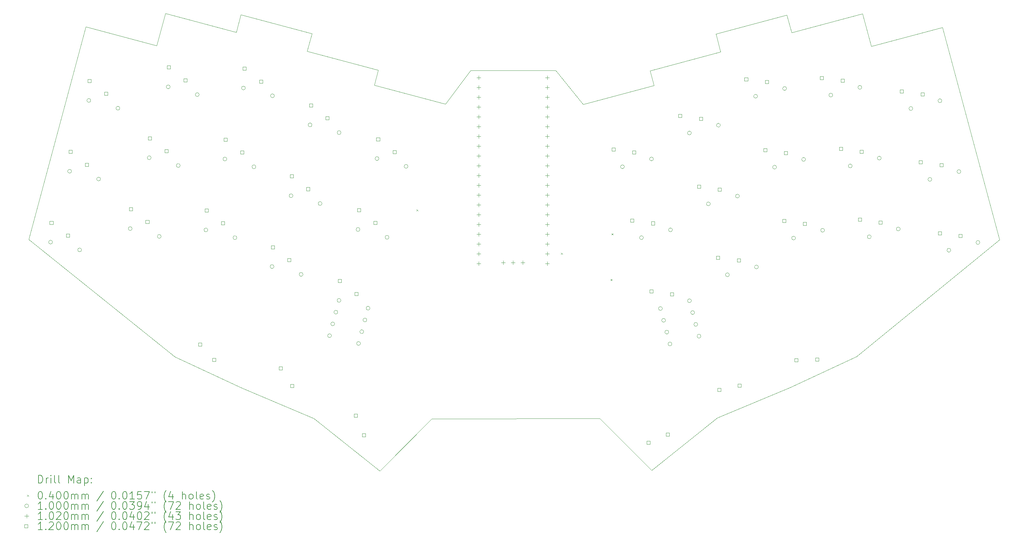
<source format=gbr>
%FSLAX45Y45*%
G04 Gerber Fmt 4.5, Leading zero omitted, Abs format (unit mm)*
G04 Created by KiCad (PCBNEW (6.0.4)) date 2022-04-18 23:02:19*
%MOMM*%
%LPD*%
G01*
G04 APERTURE LIST*
%TA.AperFunction,Profile*%
%ADD10C,0.100000*%
%TD*%
%ADD11C,0.200000*%
%ADD12C,0.040000*%
%ADD13C,0.100000*%
%ADD14C,0.102000*%
%ADD15C,0.120000*%
G04 APERTURE END LIST*
D10*
X27530000Y-8885000D02*
X23820000Y-11912500D01*
X22092500Y-12717500D02*
X20212500Y-13507500D01*
X13805000Y-4487500D02*
X13155000Y-5360000D01*
X23820000Y-11912500D02*
X22092500Y-12717500D01*
X9745000Y-13517500D02*
X7865000Y-12727500D01*
X7865000Y-12727500D02*
X6140000Y-11922500D01*
X6140000Y-11922500D02*
X2345000Y-8875000D01*
X16017500Y-4487500D02*
X13805000Y-4487500D01*
X16732500Y-5370000D02*
X16017500Y-4487500D01*
X18567500Y-4877500D02*
X16732500Y-5370000D01*
X18465000Y-4492500D02*
X18567500Y-4877500D01*
X20297500Y-4002500D02*
X18465000Y-4492500D01*
X20175000Y-3542500D02*
X20297500Y-4002500D01*
X22015000Y-3047500D02*
X20175000Y-3542500D01*
X22140000Y-3507500D02*
X22015000Y-3047500D01*
X23980000Y-3017500D02*
X22140000Y-3507500D01*
X24205000Y-3857500D02*
X23980000Y-3017500D01*
X26052500Y-3365000D02*
X24205000Y-3857500D01*
X11310000Y-4865000D02*
X13155000Y-5360000D01*
X11412500Y-4482500D02*
X11310000Y-4865000D01*
X9567500Y-3990000D02*
X11412500Y-4482500D01*
X9690000Y-3527500D02*
X9567500Y-3990000D01*
X7850000Y-3035000D02*
X9690000Y-3527500D01*
X7725000Y-3495000D02*
X7850000Y-3035000D01*
X5887500Y-3002500D02*
X7725000Y-3495000D01*
X5662500Y-3845000D02*
X5887500Y-3002500D01*
X3825000Y-3352500D02*
X5662500Y-3845000D01*
X2345000Y-8875000D02*
X3825000Y-3352500D01*
X11452500Y-14880000D02*
X9745000Y-13517500D01*
X12800000Y-13532500D02*
X11452500Y-14880000D01*
X17160000Y-13522500D02*
X12800000Y-13532500D01*
X18507500Y-14867500D02*
X17160000Y-13522500D01*
X20212500Y-13507500D02*
X18507500Y-14867500D01*
X26052500Y-3365000D02*
X27530000Y-8885000D01*
D11*
D12*
X12402500Y-8092500D02*
X12442500Y-8132500D01*
X12442500Y-8092500D02*
X12402500Y-8132500D01*
X16155519Y-9223019D02*
X16195519Y-9263019D01*
X16195519Y-9223019D02*
X16155519Y-9263019D01*
X17438550Y-9902500D02*
X17478550Y-9942500D01*
X17478550Y-9902500D02*
X17438550Y-9942500D01*
X17467500Y-8717500D02*
X17507500Y-8757500D01*
X17507500Y-8717500D02*
X17467500Y-8757500D01*
D13*
X2960956Y-8942727D02*
G75*
G03*
X2960956Y-8942727I-50000J0D01*
G01*
X3454007Y-7102639D02*
G75*
G03*
X3454007Y-7102639I-50000J0D01*
G01*
X3714378Y-9144606D02*
G75*
G03*
X3714378Y-9144606I-50000J0D01*
G01*
X3953698Y-5264329D02*
G75*
G03*
X3953698Y-5264329I-50000J0D01*
G01*
X4207429Y-7304517D02*
G75*
G03*
X4207429Y-7304517I-50000J0D01*
G01*
X4707120Y-5466208D02*
G75*
G03*
X4707120Y-5466208I-50000J0D01*
G01*
X5027026Y-8592404D02*
G75*
G03*
X5027026Y-8592404I-50000J0D01*
G01*
X5520077Y-6752315D02*
G75*
G03*
X5520077Y-6752315I-50000J0D01*
G01*
X5780449Y-8794283D02*
G75*
G03*
X5780449Y-8794283I-50000J0D01*
G01*
X6013127Y-4912226D02*
G75*
G03*
X6013127Y-4912226I-50000J0D01*
G01*
X6273499Y-6954194D02*
G75*
G03*
X6273499Y-6954194I-50000J0D01*
G01*
X6766549Y-5114105D02*
G75*
G03*
X6766549Y-5114105I-50000J0D01*
G01*
X6990378Y-8625432D02*
G75*
G03*
X6990378Y-8625432I-50000J0D01*
G01*
X7483428Y-6785343D02*
G75*
G03*
X7483428Y-6785343I-50000J0D01*
G01*
X7743800Y-8827311D02*
G75*
G03*
X7743800Y-8827311I-50000J0D01*
G01*
X7965008Y-4942181D02*
G75*
G03*
X7965008Y-4942181I-50000J0D01*
G01*
X8236850Y-6987222D02*
G75*
G03*
X8236850Y-6987222I-50000J0D01*
G01*
X8707204Y-9578504D02*
G75*
G03*
X8707204Y-9578504I-50000J0D01*
G01*
X8718430Y-5144060D02*
G75*
G03*
X8718430Y-5144060I-50000J0D01*
G01*
X9200254Y-7738416D02*
G75*
G03*
X9200254Y-7738416I-50000J0D01*
G01*
X9460626Y-9780383D02*
G75*
G03*
X9460626Y-9780383I-50000J0D01*
G01*
X9693304Y-5898327D02*
G75*
G03*
X9693304Y-5898327I-50000J0D01*
G01*
X9953676Y-7940294D02*
G75*
G03*
X9953676Y-7940294I-50000J0D01*
G01*
X10198870Y-11371884D02*
G75*
G03*
X10198870Y-11371884I-50000J0D01*
G01*
X10281045Y-11065203D02*
G75*
G03*
X10281045Y-11065203I-50000J0D01*
G01*
X10362399Y-10761588D02*
G75*
G03*
X10362399Y-10761588I-50000J0D01*
G01*
X10444574Y-10454906D02*
G75*
G03*
X10444574Y-10454906I-50000J0D01*
G01*
X10446727Y-6100206D02*
G75*
G03*
X10446727Y-6100206I-50000J0D01*
G01*
X10937624Y-8614818D02*
G75*
G03*
X10937624Y-8614818I-50000J0D01*
G01*
X10952293Y-11573763D02*
G75*
G03*
X10952293Y-11573763I-50000J0D01*
G01*
X11034468Y-11267081D02*
G75*
G03*
X11034468Y-11267081I-50000J0D01*
G01*
X11115821Y-10963467D02*
G75*
G03*
X11115821Y-10963467I-50000J0D01*
G01*
X11197996Y-10656785D02*
G75*
G03*
X11197996Y-10656785I-50000J0D01*
G01*
X11430674Y-6774729D02*
G75*
G03*
X11430674Y-6774729I-50000J0D01*
G01*
X11691046Y-8816697D02*
G75*
G03*
X11691046Y-8816697I-50000J0D01*
G01*
X12184096Y-6976608D02*
G75*
G03*
X12184096Y-6976608I-50000J0D01*
G01*
X17798439Y-6986152D02*
G75*
G03*
X17798439Y-6986152I-50000J0D01*
G01*
X18291489Y-8826240D02*
G75*
G03*
X18291489Y-8826240I-50000J0D01*
G01*
X18551861Y-6784273D02*
G75*
G03*
X18551861Y-6784273I-50000J0D01*
G01*
X18784539Y-10666329D02*
G75*
G03*
X18784539Y-10666329I-50000J0D01*
G01*
X18866714Y-10973011D02*
G75*
G03*
X18866714Y-10973011I-50000J0D01*
G01*
X18948889Y-11279692D02*
G75*
G03*
X18948889Y-11279692I-50000J0D01*
G01*
X19031064Y-11586373D02*
G75*
G03*
X19031064Y-11586373I-50000J0D01*
G01*
X19044911Y-8624362D02*
G75*
G03*
X19044911Y-8624362I-50000J0D01*
G01*
X19535809Y-6109750D02*
G75*
G03*
X19535809Y-6109750I-50000J0D01*
G01*
X19537961Y-10464450D02*
G75*
G03*
X19537961Y-10464450I-50000J0D01*
G01*
X19620136Y-10771132D02*
G75*
G03*
X19620136Y-10771132I-50000J0D01*
G01*
X19702311Y-11077813D02*
G75*
G03*
X19702311Y-11077813I-50000J0D01*
G01*
X19784487Y-11384495D02*
G75*
G03*
X19784487Y-11384495I-50000J0D01*
G01*
X20028859Y-7949838D02*
G75*
G03*
X20028859Y-7949838I-50000J0D01*
G01*
X20289231Y-5907871D02*
G75*
G03*
X20289231Y-5907871I-50000J0D01*
G01*
X20521909Y-9789927D02*
G75*
G03*
X20521909Y-9789927I-50000J0D01*
G01*
X20782281Y-7747960D02*
G75*
G03*
X20782281Y-7747960I-50000J0D01*
G01*
X21252635Y-5156677D02*
G75*
G03*
X21252635Y-5156677I-50000J0D01*
G01*
X21275331Y-9588048D02*
G75*
G03*
X21275331Y-9588048I-50000J0D01*
G01*
X21745685Y-6996766D02*
G75*
G03*
X21745685Y-6996766I-50000J0D01*
G01*
X22006057Y-4954798D02*
G75*
G03*
X22006057Y-4954798I-50000J0D01*
G01*
X22238735Y-8836855D02*
G75*
G03*
X22238735Y-8836855I-50000J0D01*
G01*
X22499107Y-6794887D02*
G75*
G03*
X22499107Y-6794887I-50000J0D01*
G01*
X22992157Y-8634976D02*
G75*
G03*
X22992157Y-8634976I-50000J0D01*
G01*
X23204515Y-5126723D02*
G75*
G03*
X23204515Y-5126723I-50000J0D01*
G01*
X23709036Y-6963738D02*
G75*
G03*
X23709036Y-6963738I-50000J0D01*
G01*
X23957938Y-4924844D02*
G75*
G03*
X23957938Y-4924844I-50000J0D01*
G01*
X24202086Y-8803827D02*
G75*
G03*
X24202086Y-8803827I-50000J0D01*
G01*
X24462458Y-6761859D02*
G75*
G03*
X24462458Y-6761859I-50000J0D01*
G01*
X24955509Y-8601948D02*
G75*
G03*
X24955509Y-8601948I-50000J0D01*
G01*
X25282056Y-5473973D02*
G75*
G03*
X25282056Y-5473973I-50000J0D01*
G01*
X25775106Y-7314061D02*
G75*
G03*
X25775106Y-7314061I-50000J0D01*
G01*
X26035478Y-5272094D02*
G75*
G03*
X26035478Y-5272094I-50000J0D01*
G01*
X26268156Y-9154150D02*
G75*
G03*
X26268156Y-9154150I-50000J0D01*
G01*
X26528528Y-7112183D02*
G75*
G03*
X26528528Y-7112183I-50000J0D01*
G01*
X27021579Y-8952271D02*
G75*
G03*
X27021579Y-8952271I-50000J0D01*
G01*
D14*
X14020800Y-4622600D02*
X14020800Y-4724600D01*
X13969800Y-4673600D02*
X14071800Y-4673600D01*
X14020800Y-4876600D02*
X14020800Y-4978600D01*
X13969800Y-4927600D02*
X14071800Y-4927600D01*
X14020800Y-5130600D02*
X14020800Y-5232600D01*
X13969800Y-5181600D02*
X14071800Y-5181600D01*
X14020800Y-5384600D02*
X14020800Y-5486600D01*
X13969800Y-5435600D02*
X14071800Y-5435600D01*
X14020800Y-5638600D02*
X14020800Y-5740600D01*
X13969800Y-5689600D02*
X14071800Y-5689600D01*
X14020800Y-5892600D02*
X14020800Y-5994600D01*
X13969800Y-5943600D02*
X14071800Y-5943600D01*
X14020800Y-6146600D02*
X14020800Y-6248600D01*
X13969800Y-6197600D02*
X14071800Y-6197600D01*
X14020800Y-6400600D02*
X14020800Y-6502600D01*
X13969800Y-6451600D02*
X14071800Y-6451600D01*
X14020800Y-6654600D02*
X14020800Y-6756600D01*
X13969800Y-6705600D02*
X14071800Y-6705600D01*
X14020800Y-6908600D02*
X14020800Y-7010600D01*
X13969800Y-6959600D02*
X14071800Y-6959600D01*
X14020800Y-7162600D02*
X14020800Y-7264600D01*
X13969800Y-7213600D02*
X14071800Y-7213600D01*
X14020800Y-7416600D02*
X14020800Y-7518600D01*
X13969800Y-7467600D02*
X14071800Y-7467600D01*
X14020800Y-7670600D02*
X14020800Y-7772600D01*
X13969800Y-7721600D02*
X14071800Y-7721600D01*
X14020800Y-7924600D02*
X14020800Y-8026600D01*
X13969800Y-7975600D02*
X14071800Y-7975600D01*
X14020800Y-8178600D02*
X14020800Y-8280600D01*
X13969800Y-8229600D02*
X14071800Y-8229600D01*
X14020800Y-8432600D02*
X14020800Y-8534600D01*
X13969800Y-8483600D02*
X14071800Y-8483600D01*
X14020800Y-8686600D02*
X14020800Y-8788600D01*
X13969800Y-8737600D02*
X14071800Y-8737600D01*
X14020800Y-8940600D02*
X14020800Y-9042600D01*
X13969800Y-8991600D02*
X14071800Y-8991600D01*
X14020800Y-9194600D02*
X14020800Y-9296600D01*
X13969800Y-9245600D02*
X14071800Y-9245600D01*
X14020800Y-9448600D02*
X14020800Y-9550600D01*
X13969800Y-9499600D02*
X14071800Y-9499600D01*
X14655800Y-9425600D02*
X14655800Y-9527600D01*
X14604800Y-9476600D02*
X14706800Y-9476600D01*
X14909800Y-9425600D02*
X14909800Y-9527600D01*
X14858800Y-9476600D02*
X14960800Y-9476600D01*
X15163800Y-9425600D02*
X15163800Y-9527600D01*
X15112800Y-9476600D02*
X15214800Y-9476600D01*
X15798800Y-4622600D02*
X15798800Y-4724600D01*
X15747800Y-4673600D02*
X15849800Y-4673600D01*
X15798800Y-4876600D02*
X15798800Y-4978600D01*
X15747800Y-4927600D02*
X15849800Y-4927600D01*
X15798800Y-5130600D02*
X15798800Y-5232600D01*
X15747800Y-5181600D02*
X15849800Y-5181600D01*
X15798800Y-5384600D02*
X15798800Y-5486600D01*
X15747800Y-5435600D02*
X15849800Y-5435600D01*
X15798800Y-5638600D02*
X15798800Y-5740600D01*
X15747800Y-5689600D02*
X15849800Y-5689600D01*
X15798800Y-5892600D02*
X15798800Y-5994600D01*
X15747800Y-5943600D02*
X15849800Y-5943600D01*
X15798800Y-6146600D02*
X15798800Y-6248600D01*
X15747800Y-6197600D02*
X15849800Y-6197600D01*
X15798800Y-6400600D02*
X15798800Y-6502600D01*
X15747800Y-6451600D02*
X15849800Y-6451600D01*
X15798800Y-6654600D02*
X15798800Y-6756600D01*
X15747800Y-6705600D02*
X15849800Y-6705600D01*
X15798800Y-6908600D02*
X15798800Y-7010600D01*
X15747800Y-6959600D02*
X15849800Y-6959600D01*
X15798800Y-7162600D02*
X15798800Y-7264600D01*
X15747800Y-7213600D02*
X15849800Y-7213600D01*
X15798800Y-7416600D02*
X15798800Y-7518600D01*
X15747800Y-7467600D02*
X15849800Y-7467600D01*
X15798800Y-7670600D02*
X15798800Y-7772600D01*
X15747800Y-7721600D02*
X15849800Y-7721600D01*
X15798800Y-7924600D02*
X15798800Y-8026600D01*
X15747800Y-7975600D02*
X15849800Y-7975600D01*
X15798800Y-8178600D02*
X15798800Y-8280600D01*
X15747800Y-8229600D02*
X15849800Y-8229600D01*
X15798800Y-8432600D02*
X15798800Y-8534600D01*
X15747800Y-8483600D02*
X15849800Y-8483600D01*
X15798800Y-8686600D02*
X15798800Y-8788600D01*
X15747800Y-8737600D02*
X15849800Y-8737600D01*
X15798800Y-8940600D02*
X15798800Y-9042600D01*
X15747800Y-8991600D02*
X15849800Y-8991600D01*
X15798800Y-9194600D02*
X15798800Y-9296600D01*
X15747800Y-9245600D02*
X15849800Y-9245600D01*
X15798800Y-9448600D02*
X15798800Y-9550600D01*
X15747800Y-9499600D02*
X15849800Y-9499600D01*
D15*
X2974761Y-8480362D02*
X2974761Y-8395508D01*
X2889908Y-8395508D01*
X2889908Y-8480362D01*
X2974761Y-8480362D01*
X3403372Y-8812616D02*
X3403372Y-8727762D01*
X3318519Y-8727762D01*
X3318519Y-8812616D01*
X3403372Y-8812616D01*
X3467812Y-6640273D02*
X3467812Y-6555420D01*
X3382958Y-6555420D01*
X3382958Y-6640273D01*
X3467812Y-6640273D01*
X3896423Y-6972527D02*
X3896423Y-6887674D01*
X3811569Y-6887674D01*
X3811569Y-6972527D01*
X3896423Y-6972527D01*
X3960862Y-4800185D02*
X3960862Y-4715331D01*
X3876008Y-4715331D01*
X3876008Y-4800185D01*
X3960862Y-4800185D01*
X4389473Y-5132439D02*
X4389473Y-5047585D01*
X4304619Y-5047585D01*
X4304619Y-5132439D01*
X4389473Y-5132439D01*
X5035398Y-8128582D02*
X5035398Y-8043729D01*
X4950545Y-8043729D01*
X4950545Y-8128582D01*
X5035398Y-8128582D01*
X5464009Y-8460836D02*
X5464009Y-8375983D01*
X5379156Y-8375983D01*
X5379156Y-8460836D01*
X5464009Y-8460836D01*
X5528448Y-6288494D02*
X5528448Y-6203640D01*
X5443595Y-6203640D01*
X5443595Y-6288494D01*
X5528448Y-6288494D01*
X5957059Y-6620748D02*
X5957059Y-6535894D01*
X5872206Y-6535894D01*
X5872206Y-6620748D01*
X5957059Y-6620748D01*
X6021499Y-4448405D02*
X6021499Y-4363551D01*
X5936645Y-4363551D01*
X5936645Y-4448405D01*
X6021499Y-4448405D01*
X6450110Y-4780659D02*
X6450110Y-4695805D01*
X6365256Y-4695805D01*
X6365256Y-4780659D01*
X6450110Y-4780659D01*
X6834526Y-11637445D02*
X6834526Y-11552592D01*
X6749673Y-11552592D01*
X6749673Y-11637445D01*
X6834526Y-11637445D01*
X6998749Y-8161610D02*
X6998749Y-8076757D01*
X6913896Y-8076757D01*
X6913896Y-8161610D01*
X6998749Y-8161610D01*
X7198930Y-12039079D02*
X7198930Y-11954226D01*
X7114077Y-11954226D01*
X7114077Y-12039079D01*
X7198930Y-12039079D01*
X7427360Y-8493864D02*
X7427360Y-8409011D01*
X7342507Y-8409011D01*
X7342507Y-8493864D01*
X7427360Y-8493864D01*
X7491800Y-6321522D02*
X7491800Y-6236668D01*
X7406946Y-6236668D01*
X7406946Y-6321522D01*
X7491800Y-6321522D01*
X7920411Y-6653776D02*
X7920411Y-6568922D01*
X7835557Y-6568922D01*
X7835557Y-6653776D01*
X7920411Y-6653776D01*
X7984850Y-4481433D02*
X7984850Y-4396580D01*
X7899996Y-4396580D01*
X7899996Y-4481433D01*
X7984850Y-4481433D01*
X8413461Y-4813687D02*
X8413461Y-4728833D01*
X8328607Y-4728833D01*
X8328607Y-4813687D01*
X8413461Y-4813687D01*
X8715576Y-9114683D02*
X8715576Y-9029829D01*
X8630722Y-9029829D01*
X8630722Y-9114683D01*
X8715576Y-9114683D01*
X8926423Y-12257413D02*
X8926423Y-12172560D01*
X8841569Y-12172560D01*
X8841569Y-12257413D01*
X8926423Y-12257413D01*
X9144187Y-9446937D02*
X9144187Y-9362083D01*
X9059333Y-9362083D01*
X9059333Y-9446937D01*
X9144187Y-9446937D01*
X9208626Y-7274594D02*
X9208626Y-7189741D01*
X9123772Y-7189741D01*
X9123772Y-7274594D01*
X9208626Y-7274594D01*
X9215548Y-12716223D02*
X9215548Y-12631370D01*
X9130694Y-12631370D01*
X9130694Y-12716223D01*
X9215548Y-12716223D01*
X9637237Y-7606848D02*
X9637237Y-7521995D01*
X9552383Y-7521995D01*
X9552383Y-7606848D01*
X9637237Y-7606848D01*
X9707109Y-5435961D02*
X9707109Y-5351108D01*
X9622256Y-5351108D01*
X9622256Y-5435961D01*
X9707109Y-5435961D01*
X10135720Y-5768215D02*
X10135720Y-5683362D01*
X10050867Y-5683362D01*
X10050867Y-5768215D01*
X10135720Y-5768215D01*
X10458379Y-9992541D02*
X10458379Y-9907687D01*
X10373525Y-9907687D01*
X10373525Y-9992541D01*
X10458379Y-9992541D01*
X10873036Y-13490000D02*
X10873036Y-13405146D01*
X10788183Y-13405146D01*
X10788183Y-13490000D01*
X10873036Y-13490000D01*
X10886990Y-10324795D02*
X10886990Y-10239941D01*
X10802136Y-10239941D01*
X10802136Y-10324795D01*
X10886990Y-10324795D01*
X10951429Y-8152452D02*
X10951429Y-8067599D01*
X10866575Y-8067599D01*
X10866575Y-8152452D01*
X10951429Y-8152452D01*
X11078097Y-13992046D02*
X11078097Y-13907192D01*
X10993244Y-13907192D01*
X10993244Y-13992046D01*
X11078097Y-13992046D01*
X11380040Y-8484706D02*
X11380040Y-8399853D01*
X11295186Y-8399853D01*
X11295186Y-8484706D01*
X11380040Y-8484706D01*
X11449913Y-6313819D02*
X11449913Y-6228966D01*
X11365059Y-6228966D01*
X11365059Y-6313819D01*
X11449913Y-6313819D01*
X11878524Y-6646073D02*
X11878524Y-6561220D01*
X11793670Y-6561220D01*
X11793670Y-6646073D01*
X11878524Y-6646073D01*
X17556983Y-6580726D02*
X17556983Y-6495873D01*
X17472130Y-6495873D01*
X17472130Y-6580726D01*
X17556983Y-6580726D01*
X18044600Y-8422271D02*
X18044600Y-8337417D01*
X17959747Y-8337417D01*
X17959747Y-8422271D01*
X18044600Y-8422271D01*
X18094298Y-6654161D02*
X18094298Y-6569308D01*
X18009445Y-6569308D01*
X18009445Y-6654161D01*
X18094298Y-6654161D01*
X18463916Y-14186107D02*
X18463916Y-14101253D01*
X18379062Y-14101253D01*
X18379062Y-14186107D01*
X18463916Y-14186107D01*
X18537651Y-10262360D02*
X18537651Y-10177506D01*
X18452797Y-10177506D01*
X18452797Y-10262360D01*
X18537651Y-10262360D01*
X18581915Y-8495706D02*
X18581915Y-8410852D01*
X18497062Y-8410852D01*
X18497062Y-8495706D01*
X18581915Y-8495706D01*
X18965962Y-13981046D02*
X18965962Y-13896192D01*
X18881108Y-13896192D01*
X18881108Y-13981046D01*
X18965962Y-13981046D01*
X19074966Y-10335795D02*
X19074966Y-10250941D01*
X18990112Y-10250941D01*
X18990112Y-10335795D01*
X19074966Y-10335795D01*
X19288920Y-5705780D02*
X19288920Y-5620927D01*
X19204066Y-5620927D01*
X19204066Y-5705780D01*
X19288920Y-5705780D01*
X19776537Y-7547325D02*
X19776537Y-7462471D01*
X19691683Y-7462471D01*
X19691683Y-7547325D01*
X19776537Y-7547325D01*
X19826235Y-5779215D02*
X19826235Y-5694361D01*
X19741381Y-5694361D01*
X19741381Y-5779215D01*
X19826235Y-5779215D01*
X20269587Y-9387414D02*
X20269587Y-9302560D01*
X20184734Y-9302560D01*
X20184734Y-9387414D01*
X20269587Y-9387414D01*
X20298484Y-12819990D02*
X20298484Y-12735136D01*
X20213631Y-12735136D01*
X20213631Y-12819990D01*
X20298484Y-12819990D01*
X20313852Y-7620760D02*
X20313852Y-7535906D01*
X20228998Y-7535906D01*
X20228998Y-7620760D01*
X20313852Y-7620760D01*
X20806902Y-9460848D02*
X20806902Y-9375995D01*
X20722049Y-9375995D01*
X20722049Y-9460848D01*
X20806902Y-9460848D01*
X20828511Y-12705224D02*
X20828511Y-12620370D01*
X20743658Y-12620370D01*
X20743658Y-12705224D01*
X20828511Y-12705224D01*
X21000313Y-4754164D02*
X21000313Y-4669310D01*
X20915459Y-4669310D01*
X20915459Y-4754164D01*
X21000313Y-4754164D01*
X21493363Y-6594252D02*
X21493363Y-6509399D01*
X21408509Y-6509399D01*
X21408509Y-6594252D01*
X21493363Y-6594252D01*
X21537628Y-4827599D02*
X21537628Y-4742745D01*
X21452774Y-4742745D01*
X21452774Y-4827599D01*
X21537628Y-4827599D01*
X21986413Y-8434341D02*
X21986413Y-8349487D01*
X21901560Y-8349487D01*
X21901560Y-8434341D01*
X21986413Y-8434341D01*
X22030678Y-6667687D02*
X22030678Y-6582834D01*
X21945824Y-6582834D01*
X21945824Y-6667687D01*
X22030678Y-6667687D01*
X22303225Y-12049064D02*
X22303225Y-11964210D01*
X22218371Y-11964210D01*
X22218371Y-12049064D01*
X22303225Y-12049064D01*
X22523728Y-8507776D02*
X22523728Y-8422922D01*
X22438875Y-8422922D01*
X22438875Y-8507776D01*
X22523728Y-8507776D01*
X22845129Y-12028079D02*
X22845129Y-11943226D01*
X22760275Y-11943226D01*
X22760275Y-12028079D01*
X22845129Y-12028079D01*
X22963664Y-4721136D02*
X22963664Y-4636282D01*
X22878810Y-4636282D01*
X22878810Y-4721136D01*
X22963664Y-4721136D01*
X23456714Y-6561224D02*
X23456714Y-6476371D01*
X23371861Y-6476371D01*
X23371861Y-6561224D01*
X23456714Y-6561224D01*
X23500979Y-4794570D02*
X23500979Y-4709717D01*
X23416125Y-4709717D01*
X23416125Y-4794570D01*
X23500979Y-4794570D01*
X23949765Y-8401313D02*
X23949765Y-8316459D01*
X23864911Y-8316459D01*
X23864911Y-8401313D01*
X23949765Y-8401313D01*
X23994029Y-6634659D02*
X23994029Y-6549805D01*
X23909176Y-6549805D01*
X23909176Y-6634659D01*
X23994029Y-6634659D01*
X24487079Y-8474748D02*
X24487079Y-8389894D01*
X24402226Y-8389894D01*
X24402226Y-8474748D01*
X24487079Y-8474748D01*
X25035167Y-5070003D02*
X25035167Y-4985150D01*
X24950314Y-4985150D01*
X24950314Y-5070003D01*
X25035167Y-5070003D01*
X25528218Y-6910092D02*
X25528218Y-6825238D01*
X25443364Y-6825238D01*
X25443364Y-6910092D01*
X25528218Y-6910092D01*
X25572482Y-5143438D02*
X25572482Y-5058585D01*
X25487629Y-5058585D01*
X25487629Y-5143438D01*
X25572482Y-5143438D01*
X26021268Y-8750181D02*
X26021268Y-8665327D01*
X25936414Y-8665327D01*
X25936414Y-8750181D01*
X26021268Y-8750181D01*
X26065533Y-6983527D02*
X26065533Y-6898673D01*
X25980679Y-6898673D01*
X25980679Y-6983527D01*
X26065533Y-6983527D01*
X26558583Y-8823616D02*
X26558583Y-8738762D01*
X26473729Y-8738762D01*
X26473729Y-8823616D01*
X26558583Y-8823616D01*
D11*
X2597619Y-15195476D02*
X2597619Y-14995476D01*
X2645238Y-14995476D01*
X2673810Y-15005000D01*
X2692857Y-15024048D01*
X2702381Y-15043095D01*
X2711905Y-15081190D01*
X2711905Y-15109762D01*
X2702381Y-15147857D01*
X2692857Y-15166905D01*
X2673810Y-15185952D01*
X2645238Y-15195476D01*
X2597619Y-15195476D01*
X2797619Y-15195476D02*
X2797619Y-15062143D01*
X2797619Y-15100238D02*
X2807143Y-15081190D01*
X2816667Y-15071667D01*
X2835714Y-15062143D01*
X2854762Y-15062143D01*
X2921428Y-15195476D02*
X2921428Y-15062143D01*
X2921428Y-14995476D02*
X2911905Y-15005000D01*
X2921428Y-15014524D01*
X2930952Y-15005000D01*
X2921428Y-14995476D01*
X2921428Y-15014524D01*
X3045238Y-15195476D02*
X3026190Y-15185952D01*
X3016667Y-15166905D01*
X3016667Y-14995476D01*
X3150000Y-15195476D02*
X3130952Y-15185952D01*
X3121428Y-15166905D01*
X3121428Y-14995476D01*
X3378571Y-15195476D02*
X3378571Y-14995476D01*
X3445238Y-15138333D01*
X3511905Y-14995476D01*
X3511905Y-15195476D01*
X3692857Y-15195476D02*
X3692857Y-15090714D01*
X3683333Y-15071667D01*
X3664286Y-15062143D01*
X3626190Y-15062143D01*
X3607143Y-15071667D01*
X3692857Y-15185952D02*
X3673809Y-15195476D01*
X3626190Y-15195476D01*
X3607143Y-15185952D01*
X3597619Y-15166905D01*
X3597619Y-15147857D01*
X3607143Y-15128809D01*
X3626190Y-15119286D01*
X3673809Y-15119286D01*
X3692857Y-15109762D01*
X3788095Y-15062143D02*
X3788095Y-15262143D01*
X3788095Y-15071667D02*
X3807143Y-15062143D01*
X3845238Y-15062143D01*
X3864286Y-15071667D01*
X3873809Y-15081190D01*
X3883333Y-15100238D01*
X3883333Y-15157381D01*
X3873809Y-15176428D01*
X3864286Y-15185952D01*
X3845238Y-15195476D01*
X3807143Y-15195476D01*
X3788095Y-15185952D01*
X3969048Y-15176428D02*
X3978571Y-15185952D01*
X3969048Y-15195476D01*
X3959524Y-15185952D01*
X3969048Y-15176428D01*
X3969048Y-15195476D01*
X3969048Y-15071667D02*
X3978571Y-15081190D01*
X3969048Y-15090714D01*
X3959524Y-15081190D01*
X3969048Y-15071667D01*
X3969048Y-15090714D01*
D12*
X2300000Y-15505000D02*
X2340000Y-15545000D01*
X2340000Y-15505000D02*
X2300000Y-15545000D01*
D11*
X2635714Y-15415476D02*
X2654762Y-15415476D01*
X2673810Y-15425000D01*
X2683333Y-15434524D01*
X2692857Y-15453571D01*
X2702381Y-15491667D01*
X2702381Y-15539286D01*
X2692857Y-15577381D01*
X2683333Y-15596428D01*
X2673810Y-15605952D01*
X2654762Y-15615476D01*
X2635714Y-15615476D01*
X2616667Y-15605952D01*
X2607143Y-15596428D01*
X2597619Y-15577381D01*
X2588095Y-15539286D01*
X2588095Y-15491667D01*
X2597619Y-15453571D01*
X2607143Y-15434524D01*
X2616667Y-15425000D01*
X2635714Y-15415476D01*
X2788095Y-15596428D02*
X2797619Y-15605952D01*
X2788095Y-15615476D01*
X2778571Y-15605952D01*
X2788095Y-15596428D01*
X2788095Y-15615476D01*
X2969048Y-15482143D02*
X2969048Y-15615476D01*
X2921428Y-15405952D02*
X2873809Y-15548809D01*
X2997619Y-15548809D01*
X3111905Y-15415476D02*
X3130952Y-15415476D01*
X3150000Y-15425000D01*
X3159524Y-15434524D01*
X3169048Y-15453571D01*
X3178571Y-15491667D01*
X3178571Y-15539286D01*
X3169048Y-15577381D01*
X3159524Y-15596428D01*
X3150000Y-15605952D01*
X3130952Y-15615476D01*
X3111905Y-15615476D01*
X3092857Y-15605952D01*
X3083333Y-15596428D01*
X3073809Y-15577381D01*
X3064286Y-15539286D01*
X3064286Y-15491667D01*
X3073809Y-15453571D01*
X3083333Y-15434524D01*
X3092857Y-15425000D01*
X3111905Y-15415476D01*
X3302381Y-15415476D02*
X3321428Y-15415476D01*
X3340476Y-15425000D01*
X3350000Y-15434524D01*
X3359524Y-15453571D01*
X3369048Y-15491667D01*
X3369048Y-15539286D01*
X3359524Y-15577381D01*
X3350000Y-15596428D01*
X3340476Y-15605952D01*
X3321428Y-15615476D01*
X3302381Y-15615476D01*
X3283333Y-15605952D01*
X3273809Y-15596428D01*
X3264286Y-15577381D01*
X3254762Y-15539286D01*
X3254762Y-15491667D01*
X3264286Y-15453571D01*
X3273809Y-15434524D01*
X3283333Y-15425000D01*
X3302381Y-15415476D01*
X3454762Y-15615476D02*
X3454762Y-15482143D01*
X3454762Y-15501190D02*
X3464286Y-15491667D01*
X3483333Y-15482143D01*
X3511905Y-15482143D01*
X3530952Y-15491667D01*
X3540476Y-15510714D01*
X3540476Y-15615476D01*
X3540476Y-15510714D02*
X3550000Y-15491667D01*
X3569048Y-15482143D01*
X3597619Y-15482143D01*
X3616667Y-15491667D01*
X3626190Y-15510714D01*
X3626190Y-15615476D01*
X3721428Y-15615476D02*
X3721428Y-15482143D01*
X3721428Y-15501190D02*
X3730952Y-15491667D01*
X3750000Y-15482143D01*
X3778571Y-15482143D01*
X3797619Y-15491667D01*
X3807143Y-15510714D01*
X3807143Y-15615476D01*
X3807143Y-15510714D02*
X3816667Y-15491667D01*
X3835714Y-15482143D01*
X3864286Y-15482143D01*
X3883333Y-15491667D01*
X3892857Y-15510714D01*
X3892857Y-15615476D01*
X4283333Y-15405952D02*
X4111905Y-15663095D01*
X4540476Y-15415476D02*
X4559524Y-15415476D01*
X4578571Y-15425000D01*
X4588095Y-15434524D01*
X4597619Y-15453571D01*
X4607143Y-15491667D01*
X4607143Y-15539286D01*
X4597619Y-15577381D01*
X4588095Y-15596428D01*
X4578571Y-15605952D01*
X4559524Y-15615476D01*
X4540476Y-15615476D01*
X4521429Y-15605952D01*
X4511905Y-15596428D01*
X4502381Y-15577381D01*
X4492857Y-15539286D01*
X4492857Y-15491667D01*
X4502381Y-15453571D01*
X4511905Y-15434524D01*
X4521429Y-15425000D01*
X4540476Y-15415476D01*
X4692857Y-15596428D02*
X4702381Y-15605952D01*
X4692857Y-15615476D01*
X4683333Y-15605952D01*
X4692857Y-15596428D01*
X4692857Y-15615476D01*
X4826190Y-15415476D02*
X4845238Y-15415476D01*
X4864286Y-15425000D01*
X4873810Y-15434524D01*
X4883333Y-15453571D01*
X4892857Y-15491667D01*
X4892857Y-15539286D01*
X4883333Y-15577381D01*
X4873810Y-15596428D01*
X4864286Y-15605952D01*
X4845238Y-15615476D01*
X4826190Y-15615476D01*
X4807143Y-15605952D01*
X4797619Y-15596428D01*
X4788095Y-15577381D01*
X4778571Y-15539286D01*
X4778571Y-15491667D01*
X4788095Y-15453571D01*
X4797619Y-15434524D01*
X4807143Y-15425000D01*
X4826190Y-15415476D01*
X5083333Y-15615476D02*
X4969048Y-15615476D01*
X5026190Y-15615476D02*
X5026190Y-15415476D01*
X5007143Y-15444048D01*
X4988095Y-15463095D01*
X4969048Y-15472619D01*
X5264286Y-15415476D02*
X5169048Y-15415476D01*
X5159524Y-15510714D01*
X5169048Y-15501190D01*
X5188095Y-15491667D01*
X5235714Y-15491667D01*
X5254762Y-15501190D01*
X5264286Y-15510714D01*
X5273810Y-15529762D01*
X5273810Y-15577381D01*
X5264286Y-15596428D01*
X5254762Y-15605952D01*
X5235714Y-15615476D01*
X5188095Y-15615476D01*
X5169048Y-15605952D01*
X5159524Y-15596428D01*
X5340476Y-15415476D02*
X5473810Y-15415476D01*
X5388095Y-15615476D01*
X5540476Y-15415476D02*
X5540476Y-15453571D01*
X5616667Y-15415476D02*
X5616667Y-15453571D01*
X5911905Y-15691667D02*
X5902381Y-15682143D01*
X5883333Y-15653571D01*
X5873809Y-15634524D01*
X5864286Y-15605952D01*
X5854762Y-15558333D01*
X5854762Y-15520238D01*
X5864286Y-15472619D01*
X5873809Y-15444048D01*
X5883333Y-15425000D01*
X5902381Y-15396428D01*
X5911905Y-15386905D01*
X6073809Y-15482143D02*
X6073809Y-15615476D01*
X6026190Y-15405952D02*
X5978571Y-15548809D01*
X6102381Y-15548809D01*
X6330952Y-15615476D02*
X6330952Y-15415476D01*
X6416667Y-15615476D02*
X6416667Y-15510714D01*
X6407143Y-15491667D01*
X6388095Y-15482143D01*
X6359524Y-15482143D01*
X6340476Y-15491667D01*
X6330952Y-15501190D01*
X6540476Y-15615476D02*
X6521428Y-15605952D01*
X6511905Y-15596428D01*
X6502381Y-15577381D01*
X6502381Y-15520238D01*
X6511905Y-15501190D01*
X6521428Y-15491667D01*
X6540476Y-15482143D01*
X6569048Y-15482143D01*
X6588095Y-15491667D01*
X6597619Y-15501190D01*
X6607143Y-15520238D01*
X6607143Y-15577381D01*
X6597619Y-15596428D01*
X6588095Y-15605952D01*
X6569048Y-15615476D01*
X6540476Y-15615476D01*
X6721428Y-15615476D02*
X6702381Y-15605952D01*
X6692857Y-15586905D01*
X6692857Y-15415476D01*
X6873809Y-15605952D02*
X6854762Y-15615476D01*
X6816667Y-15615476D01*
X6797619Y-15605952D01*
X6788095Y-15586905D01*
X6788095Y-15510714D01*
X6797619Y-15491667D01*
X6816667Y-15482143D01*
X6854762Y-15482143D01*
X6873809Y-15491667D01*
X6883333Y-15510714D01*
X6883333Y-15529762D01*
X6788095Y-15548809D01*
X6959524Y-15605952D02*
X6978571Y-15615476D01*
X7016667Y-15615476D01*
X7035714Y-15605952D01*
X7045238Y-15586905D01*
X7045238Y-15577381D01*
X7035714Y-15558333D01*
X7016667Y-15548809D01*
X6988095Y-15548809D01*
X6969048Y-15539286D01*
X6959524Y-15520238D01*
X6959524Y-15510714D01*
X6969048Y-15491667D01*
X6988095Y-15482143D01*
X7016667Y-15482143D01*
X7035714Y-15491667D01*
X7111905Y-15691667D02*
X7121428Y-15682143D01*
X7140476Y-15653571D01*
X7150000Y-15634524D01*
X7159524Y-15605952D01*
X7169048Y-15558333D01*
X7169048Y-15520238D01*
X7159524Y-15472619D01*
X7150000Y-15444048D01*
X7140476Y-15425000D01*
X7121428Y-15396428D01*
X7111905Y-15386905D01*
D13*
X2340000Y-15789000D02*
G75*
G03*
X2340000Y-15789000I-50000J0D01*
G01*
D11*
X2702381Y-15879476D02*
X2588095Y-15879476D01*
X2645238Y-15879476D02*
X2645238Y-15679476D01*
X2626190Y-15708048D01*
X2607143Y-15727095D01*
X2588095Y-15736619D01*
X2788095Y-15860428D02*
X2797619Y-15869952D01*
X2788095Y-15879476D01*
X2778571Y-15869952D01*
X2788095Y-15860428D01*
X2788095Y-15879476D01*
X2921428Y-15679476D02*
X2940476Y-15679476D01*
X2959524Y-15689000D01*
X2969048Y-15698524D01*
X2978571Y-15717571D01*
X2988095Y-15755667D01*
X2988095Y-15803286D01*
X2978571Y-15841381D01*
X2969048Y-15860428D01*
X2959524Y-15869952D01*
X2940476Y-15879476D01*
X2921428Y-15879476D01*
X2902381Y-15869952D01*
X2892857Y-15860428D01*
X2883333Y-15841381D01*
X2873809Y-15803286D01*
X2873809Y-15755667D01*
X2883333Y-15717571D01*
X2892857Y-15698524D01*
X2902381Y-15689000D01*
X2921428Y-15679476D01*
X3111905Y-15679476D02*
X3130952Y-15679476D01*
X3150000Y-15689000D01*
X3159524Y-15698524D01*
X3169048Y-15717571D01*
X3178571Y-15755667D01*
X3178571Y-15803286D01*
X3169048Y-15841381D01*
X3159524Y-15860428D01*
X3150000Y-15869952D01*
X3130952Y-15879476D01*
X3111905Y-15879476D01*
X3092857Y-15869952D01*
X3083333Y-15860428D01*
X3073809Y-15841381D01*
X3064286Y-15803286D01*
X3064286Y-15755667D01*
X3073809Y-15717571D01*
X3083333Y-15698524D01*
X3092857Y-15689000D01*
X3111905Y-15679476D01*
X3302381Y-15679476D02*
X3321428Y-15679476D01*
X3340476Y-15689000D01*
X3350000Y-15698524D01*
X3359524Y-15717571D01*
X3369048Y-15755667D01*
X3369048Y-15803286D01*
X3359524Y-15841381D01*
X3350000Y-15860428D01*
X3340476Y-15869952D01*
X3321428Y-15879476D01*
X3302381Y-15879476D01*
X3283333Y-15869952D01*
X3273809Y-15860428D01*
X3264286Y-15841381D01*
X3254762Y-15803286D01*
X3254762Y-15755667D01*
X3264286Y-15717571D01*
X3273809Y-15698524D01*
X3283333Y-15689000D01*
X3302381Y-15679476D01*
X3454762Y-15879476D02*
X3454762Y-15746143D01*
X3454762Y-15765190D02*
X3464286Y-15755667D01*
X3483333Y-15746143D01*
X3511905Y-15746143D01*
X3530952Y-15755667D01*
X3540476Y-15774714D01*
X3540476Y-15879476D01*
X3540476Y-15774714D02*
X3550000Y-15755667D01*
X3569048Y-15746143D01*
X3597619Y-15746143D01*
X3616667Y-15755667D01*
X3626190Y-15774714D01*
X3626190Y-15879476D01*
X3721428Y-15879476D02*
X3721428Y-15746143D01*
X3721428Y-15765190D02*
X3730952Y-15755667D01*
X3750000Y-15746143D01*
X3778571Y-15746143D01*
X3797619Y-15755667D01*
X3807143Y-15774714D01*
X3807143Y-15879476D01*
X3807143Y-15774714D02*
X3816667Y-15755667D01*
X3835714Y-15746143D01*
X3864286Y-15746143D01*
X3883333Y-15755667D01*
X3892857Y-15774714D01*
X3892857Y-15879476D01*
X4283333Y-15669952D02*
X4111905Y-15927095D01*
X4540476Y-15679476D02*
X4559524Y-15679476D01*
X4578571Y-15689000D01*
X4588095Y-15698524D01*
X4597619Y-15717571D01*
X4607143Y-15755667D01*
X4607143Y-15803286D01*
X4597619Y-15841381D01*
X4588095Y-15860428D01*
X4578571Y-15869952D01*
X4559524Y-15879476D01*
X4540476Y-15879476D01*
X4521429Y-15869952D01*
X4511905Y-15860428D01*
X4502381Y-15841381D01*
X4492857Y-15803286D01*
X4492857Y-15755667D01*
X4502381Y-15717571D01*
X4511905Y-15698524D01*
X4521429Y-15689000D01*
X4540476Y-15679476D01*
X4692857Y-15860428D02*
X4702381Y-15869952D01*
X4692857Y-15879476D01*
X4683333Y-15869952D01*
X4692857Y-15860428D01*
X4692857Y-15879476D01*
X4826190Y-15679476D02*
X4845238Y-15679476D01*
X4864286Y-15689000D01*
X4873810Y-15698524D01*
X4883333Y-15717571D01*
X4892857Y-15755667D01*
X4892857Y-15803286D01*
X4883333Y-15841381D01*
X4873810Y-15860428D01*
X4864286Y-15869952D01*
X4845238Y-15879476D01*
X4826190Y-15879476D01*
X4807143Y-15869952D01*
X4797619Y-15860428D01*
X4788095Y-15841381D01*
X4778571Y-15803286D01*
X4778571Y-15755667D01*
X4788095Y-15717571D01*
X4797619Y-15698524D01*
X4807143Y-15689000D01*
X4826190Y-15679476D01*
X4959524Y-15679476D02*
X5083333Y-15679476D01*
X5016667Y-15755667D01*
X5045238Y-15755667D01*
X5064286Y-15765190D01*
X5073810Y-15774714D01*
X5083333Y-15793762D01*
X5083333Y-15841381D01*
X5073810Y-15860428D01*
X5064286Y-15869952D01*
X5045238Y-15879476D01*
X4988095Y-15879476D01*
X4969048Y-15869952D01*
X4959524Y-15860428D01*
X5178571Y-15879476D02*
X5216667Y-15879476D01*
X5235714Y-15869952D01*
X5245238Y-15860428D01*
X5264286Y-15831857D01*
X5273810Y-15793762D01*
X5273810Y-15717571D01*
X5264286Y-15698524D01*
X5254762Y-15689000D01*
X5235714Y-15679476D01*
X5197619Y-15679476D01*
X5178571Y-15689000D01*
X5169048Y-15698524D01*
X5159524Y-15717571D01*
X5159524Y-15765190D01*
X5169048Y-15784238D01*
X5178571Y-15793762D01*
X5197619Y-15803286D01*
X5235714Y-15803286D01*
X5254762Y-15793762D01*
X5264286Y-15784238D01*
X5273810Y-15765190D01*
X5445238Y-15746143D02*
X5445238Y-15879476D01*
X5397619Y-15669952D02*
X5350000Y-15812809D01*
X5473810Y-15812809D01*
X5540476Y-15679476D02*
X5540476Y-15717571D01*
X5616667Y-15679476D02*
X5616667Y-15717571D01*
X5911905Y-15955667D02*
X5902381Y-15946143D01*
X5883333Y-15917571D01*
X5873809Y-15898524D01*
X5864286Y-15869952D01*
X5854762Y-15822333D01*
X5854762Y-15784238D01*
X5864286Y-15736619D01*
X5873809Y-15708048D01*
X5883333Y-15689000D01*
X5902381Y-15660428D01*
X5911905Y-15650905D01*
X5969048Y-15679476D02*
X6102381Y-15679476D01*
X6016667Y-15879476D01*
X6169048Y-15698524D02*
X6178571Y-15689000D01*
X6197619Y-15679476D01*
X6245238Y-15679476D01*
X6264286Y-15689000D01*
X6273809Y-15698524D01*
X6283333Y-15717571D01*
X6283333Y-15736619D01*
X6273809Y-15765190D01*
X6159524Y-15879476D01*
X6283333Y-15879476D01*
X6521428Y-15879476D02*
X6521428Y-15679476D01*
X6607143Y-15879476D02*
X6607143Y-15774714D01*
X6597619Y-15755667D01*
X6578571Y-15746143D01*
X6550000Y-15746143D01*
X6530952Y-15755667D01*
X6521428Y-15765190D01*
X6730952Y-15879476D02*
X6711905Y-15869952D01*
X6702381Y-15860428D01*
X6692857Y-15841381D01*
X6692857Y-15784238D01*
X6702381Y-15765190D01*
X6711905Y-15755667D01*
X6730952Y-15746143D01*
X6759524Y-15746143D01*
X6778571Y-15755667D01*
X6788095Y-15765190D01*
X6797619Y-15784238D01*
X6797619Y-15841381D01*
X6788095Y-15860428D01*
X6778571Y-15869952D01*
X6759524Y-15879476D01*
X6730952Y-15879476D01*
X6911905Y-15879476D02*
X6892857Y-15869952D01*
X6883333Y-15850905D01*
X6883333Y-15679476D01*
X7064286Y-15869952D02*
X7045238Y-15879476D01*
X7007143Y-15879476D01*
X6988095Y-15869952D01*
X6978571Y-15850905D01*
X6978571Y-15774714D01*
X6988095Y-15755667D01*
X7007143Y-15746143D01*
X7045238Y-15746143D01*
X7064286Y-15755667D01*
X7073809Y-15774714D01*
X7073809Y-15793762D01*
X6978571Y-15812809D01*
X7150000Y-15869952D02*
X7169048Y-15879476D01*
X7207143Y-15879476D01*
X7226190Y-15869952D01*
X7235714Y-15850905D01*
X7235714Y-15841381D01*
X7226190Y-15822333D01*
X7207143Y-15812809D01*
X7178571Y-15812809D01*
X7159524Y-15803286D01*
X7150000Y-15784238D01*
X7150000Y-15774714D01*
X7159524Y-15755667D01*
X7178571Y-15746143D01*
X7207143Y-15746143D01*
X7226190Y-15755667D01*
X7302381Y-15955667D02*
X7311905Y-15946143D01*
X7330952Y-15917571D01*
X7340476Y-15898524D01*
X7350000Y-15869952D01*
X7359524Y-15822333D01*
X7359524Y-15784238D01*
X7350000Y-15736619D01*
X7340476Y-15708048D01*
X7330952Y-15689000D01*
X7311905Y-15660428D01*
X7302381Y-15650905D01*
D14*
X2289000Y-16002000D02*
X2289000Y-16104000D01*
X2238000Y-16053000D02*
X2340000Y-16053000D01*
D11*
X2702381Y-16143476D02*
X2588095Y-16143476D01*
X2645238Y-16143476D02*
X2645238Y-15943476D01*
X2626190Y-15972048D01*
X2607143Y-15991095D01*
X2588095Y-16000619D01*
X2788095Y-16124428D02*
X2797619Y-16133952D01*
X2788095Y-16143476D01*
X2778571Y-16133952D01*
X2788095Y-16124428D01*
X2788095Y-16143476D01*
X2921428Y-15943476D02*
X2940476Y-15943476D01*
X2959524Y-15953000D01*
X2969048Y-15962524D01*
X2978571Y-15981571D01*
X2988095Y-16019667D01*
X2988095Y-16067286D01*
X2978571Y-16105381D01*
X2969048Y-16124428D01*
X2959524Y-16133952D01*
X2940476Y-16143476D01*
X2921428Y-16143476D01*
X2902381Y-16133952D01*
X2892857Y-16124428D01*
X2883333Y-16105381D01*
X2873809Y-16067286D01*
X2873809Y-16019667D01*
X2883333Y-15981571D01*
X2892857Y-15962524D01*
X2902381Y-15953000D01*
X2921428Y-15943476D01*
X3064286Y-15962524D02*
X3073809Y-15953000D01*
X3092857Y-15943476D01*
X3140476Y-15943476D01*
X3159524Y-15953000D01*
X3169048Y-15962524D01*
X3178571Y-15981571D01*
X3178571Y-16000619D01*
X3169048Y-16029190D01*
X3054762Y-16143476D01*
X3178571Y-16143476D01*
X3302381Y-15943476D02*
X3321428Y-15943476D01*
X3340476Y-15953000D01*
X3350000Y-15962524D01*
X3359524Y-15981571D01*
X3369048Y-16019667D01*
X3369048Y-16067286D01*
X3359524Y-16105381D01*
X3350000Y-16124428D01*
X3340476Y-16133952D01*
X3321428Y-16143476D01*
X3302381Y-16143476D01*
X3283333Y-16133952D01*
X3273809Y-16124428D01*
X3264286Y-16105381D01*
X3254762Y-16067286D01*
X3254762Y-16019667D01*
X3264286Y-15981571D01*
X3273809Y-15962524D01*
X3283333Y-15953000D01*
X3302381Y-15943476D01*
X3454762Y-16143476D02*
X3454762Y-16010143D01*
X3454762Y-16029190D02*
X3464286Y-16019667D01*
X3483333Y-16010143D01*
X3511905Y-16010143D01*
X3530952Y-16019667D01*
X3540476Y-16038714D01*
X3540476Y-16143476D01*
X3540476Y-16038714D02*
X3550000Y-16019667D01*
X3569048Y-16010143D01*
X3597619Y-16010143D01*
X3616667Y-16019667D01*
X3626190Y-16038714D01*
X3626190Y-16143476D01*
X3721428Y-16143476D02*
X3721428Y-16010143D01*
X3721428Y-16029190D02*
X3730952Y-16019667D01*
X3750000Y-16010143D01*
X3778571Y-16010143D01*
X3797619Y-16019667D01*
X3807143Y-16038714D01*
X3807143Y-16143476D01*
X3807143Y-16038714D02*
X3816667Y-16019667D01*
X3835714Y-16010143D01*
X3864286Y-16010143D01*
X3883333Y-16019667D01*
X3892857Y-16038714D01*
X3892857Y-16143476D01*
X4283333Y-15933952D02*
X4111905Y-16191095D01*
X4540476Y-15943476D02*
X4559524Y-15943476D01*
X4578571Y-15953000D01*
X4588095Y-15962524D01*
X4597619Y-15981571D01*
X4607143Y-16019667D01*
X4607143Y-16067286D01*
X4597619Y-16105381D01*
X4588095Y-16124428D01*
X4578571Y-16133952D01*
X4559524Y-16143476D01*
X4540476Y-16143476D01*
X4521429Y-16133952D01*
X4511905Y-16124428D01*
X4502381Y-16105381D01*
X4492857Y-16067286D01*
X4492857Y-16019667D01*
X4502381Y-15981571D01*
X4511905Y-15962524D01*
X4521429Y-15953000D01*
X4540476Y-15943476D01*
X4692857Y-16124428D02*
X4702381Y-16133952D01*
X4692857Y-16143476D01*
X4683333Y-16133952D01*
X4692857Y-16124428D01*
X4692857Y-16143476D01*
X4826190Y-15943476D02*
X4845238Y-15943476D01*
X4864286Y-15953000D01*
X4873810Y-15962524D01*
X4883333Y-15981571D01*
X4892857Y-16019667D01*
X4892857Y-16067286D01*
X4883333Y-16105381D01*
X4873810Y-16124428D01*
X4864286Y-16133952D01*
X4845238Y-16143476D01*
X4826190Y-16143476D01*
X4807143Y-16133952D01*
X4797619Y-16124428D01*
X4788095Y-16105381D01*
X4778571Y-16067286D01*
X4778571Y-16019667D01*
X4788095Y-15981571D01*
X4797619Y-15962524D01*
X4807143Y-15953000D01*
X4826190Y-15943476D01*
X5064286Y-16010143D02*
X5064286Y-16143476D01*
X5016667Y-15933952D02*
X4969048Y-16076809D01*
X5092857Y-16076809D01*
X5207143Y-15943476D02*
X5226190Y-15943476D01*
X5245238Y-15953000D01*
X5254762Y-15962524D01*
X5264286Y-15981571D01*
X5273810Y-16019667D01*
X5273810Y-16067286D01*
X5264286Y-16105381D01*
X5254762Y-16124428D01*
X5245238Y-16133952D01*
X5226190Y-16143476D01*
X5207143Y-16143476D01*
X5188095Y-16133952D01*
X5178571Y-16124428D01*
X5169048Y-16105381D01*
X5159524Y-16067286D01*
X5159524Y-16019667D01*
X5169048Y-15981571D01*
X5178571Y-15962524D01*
X5188095Y-15953000D01*
X5207143Y-15943476D01*
X5350000Y-15962524D02*
X5359524Y-15953000D01*
X5378571Y-15943476D01*
X5426190Y-15943476D01*
X5445238Y-15953000D01*
X5454762Y-15962524D01*
X5464286Y-15981571D01*
X5464286Y-16000619D01*
X5454762Y-16029190D01*
X5340476Y-16143476D01*
X5464286Y-16143476D01*
X5540476Y-15943476D02*
X5540476Y-15981571D01*
X5616667Y-15943476D02*
X5616667Y-15981571D01*
X5911905Y-16219667D02*
X5902381Y-16210143D01*
X5883333Y-16181571D01*
X5873809Y-16162524D01*
X5864286Y-16133952D01*
X5854762Y-16086333D01*
X5854762Y-16048238D01*
X5864286Y-16000619D01*
X5873809Y-15972048D01*
X5883333Y-15953000D01*
X5902381Y-15924428D01*
X5911905Y-15914905D01*
X6073809Y-16010143D02*
X6073809Y-16143476D01*
X6026190Y-15933952D02*
X5978571Y-16076809D01*
X6102381Y-16076809D01*
X6159524Y-15943476D02*
X6283333Y-15943476D01*
X6216667Y-16019667D01*
X6245238Y-16019667D01*
X6264286Y-16029190D01*
X6273809Y-16038714D01*
X6283333Y-16057762D01*
X6283333Y-16105381D01*
X6273809Y-16124428D01*
X6264286Y-16133952D01*
X6245238Y-16143476D01*
X6188095Y-16143476D01*
X6169048Y-16133952D01*
X6159524Y-16124428D01*
X6521428Y-16143476D02*
X6521428Y-15943476D01*
X6607143Y-16143476D02*
X6607143Y-16038714D01*
X6597619Y-16019667D01*
X6578571Y-16010143D01*
X6550000Y-16010143D01*
X6530952Y-16019667D01*
X6521428Y-16029190D01*
X6730952Y-16143476D02*
X6711905Y-16133952D01*
X6702381Y-16124428D01*
X6692857Y-16105381D01*
X6692857Y-16048238D01*
X6702381Y-16029190D01*
X6711905Y-16019667D01*
X6730952Y-16010143D01*
X6759524Y-16010143D01*
X6778571Y-16019667D01*
X6788095Y-16029190D01*
X6797619Y-16048238D01*
X6797619Y-16105381D01*
X6788095Y-16124428D01*
X6778571Y-16133952D01*
X6759524Y-16143476D01*
X6730952Y-16143476D01*
X6911905Y-16143476D02*
X6892857Y-16133952D01*
X6883333Y-16114905D01*
X6883333Y-15943476D01*
X7064286Y-16133952D02*
X7045238Y-16143476D01*
X7007143Y-16143476D01*
X6988095Y-16133952D01*
X6978571Y-16114905D01*
X6978571Y-16038714D01*
X6988095Y-16019667D01*
X7007143Y-16010143D01*
X7045238Y-16010143D01*
X7064286Y-16019667D01*
X7073809Y-16038714D01*
X7073809Y-16057762D01*
X6978571Y-16076809D01*
X7150000Y-16133952D02*
X7169048Y-16143476D01*
X7207143Y-16143476D01*
X7226190Y-16133952D01*
X7235714Y-16114905D01*
X7235714Y-16105381D01*
X7226190Y-16086333D01*
X7207143Y-16076809D01*
X7178571Y-16076809D01*
X7159524Y-16067286D01*
X7150000Y-16048238D01*
X7150000Y-16038714D01*
X7159524Y-16019667D01*
X7178571Y-16010143D01*
X7207143Y-16010143D01*
X7226190Y-16019667D01*
X7302381Y-16219667D02*
X7311905Y-16210143D01*
X7330952Y-16181571D01*
X7340476Y-16162524D01*
X7350000Y-16133952D01*
X7359524Y-16086333D01*
X7359524Y-16048238D01*
X7350000Y-16000619D01*
X7340476Y-15972048D01*
X7330952Y-15953000D01*
X7311905Y-15924428D01*
X7302381Y-15914905D01*
D15*
X2322427Y-16359427D02*
X2322427Y-16274573D01*
X2237573Y-16274573D01*
X2237573Y-16359427D01*
X2322427Y-16359427D01*
D11*
X2702381Y-16407476D02*
X2588095Y-16407476D01*
X2645238Y-16407476D02*
X2645238Y-16207476D01*
X2626190Y-16236048D01*
X2607143Y-16255095D01*
X2588095Y-16264619D01*
X2788095Y-16388428D02*
X2797619Y-16397952D01*
X2788095Y-16407476D01*
X2778571Y-16397952D01*
X2788095Y-16388428D01*
X2788095Y-16407476D01*
X2873809Y-16226524D02*
X2883333Y-16217000D01*
X2902381Y-16207476D01*
X2950000Y-16207476D01*
X2969048Y-16217000D01*
X2978571Y-16226524D01*
X2988095Y-16245571D01*
X2988095Y-16264619D01*
X2978571Y-16293190D01*
X2864286Y-16407476D01*
X2988095Y-16407476D01*
X3111905Y-16207476D02*
X3130952Y-16207476D01*
X3150000Y-16217000D01*
X3159524Y-16226524D01*
X3169048Y-16245571D01*
X3178571Y-16283667D01*
X3178571Y-16331286D01*
X3169048Y-16369381D01*
X3159524Y-16388428D01*
X3150000Y-16397952D01*
X3130952Y-16407476D01*
X3111905Y-16407476D01*
X3092857Y-16397952D01*
X3083333Y-16388428D01*
X3073809Y-16369381D01*
X3064286Y-16331286D01*
X3064286Y-16283667D01*
X3073809Y-16245571D01*
X3083333Y-16226524D01*
X3092857Y-16217000D01*
X3111905Y-16207476D01*
X3302381Y-16207476D02*
X3321428Y-16207476D01*
X3340476Y-16217000D01*
X3350000Y-16226524D01*
X3359524Y-16245571D01*
X3369048Y-16283667D01*
X3369048Y-16331286D01*
X3359524Y-16369381D01*
X3350000Y-16388428D01*
X3340476Y-16397952D01*
X3321428Y-16407476D01*
X3302381Y-16407476D01*
X3283333Y-16397952D01*
X3273809Y-16388428D01*
X3264286Y-16369381D01*
X3254762Y-16331286D01*
X3254762Y-16283667D01*
X3264286Y-16245571D01*
X3273809Y-16226524D01*
X3283333Y-16217000D01*
X3302381Y-16207476D01*
X3454762Y-16407476D02*
X3454762Y-16274143D01*
X3454762Y-16293190D02*
X3464286Y-16283667D01*
X3483333Y-16274143D01*
X3511905Y-16274143D01*
X3530952Y-16283667D01*
X3540476Y-16302714D01*
X3540476Y-16407476D01*
X3540476Y-16302714D02*
X3550000Y-16283667D01*
X3569048Y-16274143D01*
X3597619Y-16274143D01*
X3616667Y-16283667D01*
X3626190Y-16302714D01*
X3626190Y-16407476D01*
X3721428Y-16407476D02*
X3721428Y-16274143D01*
X3721428Y-16293190D02*
X3730952Y-16283667D01*
X3750000Y-16274143D01*
X3778571Y-16274143D01*
X3797619Y-16283667D01*
X3807143Y-16302714D01*
X3807143Y-16407476D01*
X3807143Y-16302714D02*
X3816667Y-16283667D01*
X3835714Y-16274143D01*
X3864286Y-16274143D01*
X3883333Y-16283667D01*
X3892857Y-16302714D01*
X3892857Y-16407476D01*
X4283333Y-16197952D02*
X4111905Y-16455095D01*
X4540476Y-16207476D02*
X4559524Y-16207476D01*
X4578571Y-16217000D01*
X4588095Y-16226524D01*
X4597619Y-16245571D01*
X4607143Y-16283667D01*
X4607143Y-16331286D01*
X4597619Y-16369381D01*
X4588095Y-16388428D01*
X4578571Y-16397952D01*
X4559524Y-16407476D01*
X4540476Y-16407476D01*
X4521429Y-16397952D01*
X4511905Y-16388428D01*
X4502381Y-16369381D01*
X4492857Y-16331286D01*
X4492857Y-16283667D01*
X4502381Y-16245571D01*
X4511905Y-16226524D01*
X4521429Y-16217000D01*
X4540476Y-16207476D01*
X4692857Y-16388428D02*
X4702381Y-16397952D01*
X4692857Y-16407476D01*
X4683333Y-16397952D01*
X4692857Y-16388428D01*
X4692857Y-16407476D01*
X4826190Y-16207476D02*
X4845238Y-16207476D01*
X4864286Y-16217000D01*
X4873810Y-16226524D01*
X4883333Y-16245571D01*
X4892857Y-16283667D01*
X4892857Y-16331286D01*
X4883333Y-16369381D01*
X4873810Y-16388428D01*
X4864286Y-16397952D01*
X4845238Y-16407476D01*
X4826190Y-16407476D01*
X4807143Y-16397952D01*
X4797619Y-16388428D01*
X4788095Y-16369381D01*
X4778571Y-16331286D01*
X4778571Y-16283667D01*
X4788095Y-16245571D01*
X4797619Y-16226524D01*
X4807143Y-16217000D01*
X4826190Y-16207476D01*
X5064286Y-16274143D02*
X5064286Y-16407476D01*
X5016667Y-16197952D02*
X4969048Y-16340809D01*
X5092857Y-16340809D01*
X5150000Y-16207476D02*
X5283333Y-16207476D01*
X5197619Y-16407476D01*
X5350000Y-16226524D02*
X5359524Y-16217000D01*
X5378571Y-16207476D01*
X5426190Y-16207476D01*
X5445238Y-16217000D01*
X5454762Y-16226524D01*
X5464286Y-16245571D01*
X5464286Y-16264619D01*
X5454762Y-16293190D01*
X5340476Y-16407476D01*
X5464286Y-16407476D01*
X5540476Y-16207476D02*
X5540476Y-16245571D01*
X5616667Y-16207476D02*
X5616667Y-16245571D01*
X5911905Y-16483667D02*
X5902381Y-16474143D01*
X5883333Y-16445571D01*
X5873809Y-16426524D01*
X5864286Y-16397952D01*
X5854762Y-16350333D01*
X5854762Y-16312238D01*
X5864286Y-16264619D01*
X5873809Y-16236048D01*
X5883333Y-16217000D01*
X5902381Y-16188428D01*
X5911905Y-16178905D01*
X5969048Y-16207476D02*
X6102381Y-16207476D01*
X6016667Y-16407476D01*
X6169048Y-16226524D02*
X6178571Y-16217000D01*
X6197619Y-16207476D01*
X6245238Y-16207476D01*
X6264286Y-16217000D01*
X6273809Y-16226524D01*
X6283333Y-16245571D01*
X6283333Y-16264619D01*
X6273809Y-16293190D01*
X6159524Y-16407476D01*
X6283333Y-16407476D01*
X6521428Y-16407476D02*
X6521428Y-16207476D01*
X6607143Y-16407476D02*
X6607143Y-16302714D01*
X6597619Y-16283667D01*
X6578571Y-16274143D01*
X6550000Y-16274143D01*
X6530952Y-16283667D01*
X6521428Y-16293190D01*
X6730952Y-16407476D02*
X6711905Y-16397952D01*
X6702381Y-16388428D01*
X6692857Y-16369381D01*
X6692857Y-16312238D01*
X6702381Y-16293190D01*
X6711905Y-16283667D01*
X6730952Y-16274143D01*
X6759524Y-16274143D01*
X6778571Y-16283667D01*
X6788095Y-16293190D01*
X6797619Y-16312238D01*
X6797619Y-16369381D01*
X6788095Y-16388428D01*
X6778571Y-16397952D01*
X6759524Y-16407476D01*
X6730952Y-16407476D01*
X6911905Y-16407476D02*
X6892857Y-16397952D01*
X6883333Y-16378905D01*
X6883333Y-16207476D01*
X7064286Y-16397952D02*
X7045238Y-16407476D01*
X7007143Y-16407476D01*
X6988095Y-16397952D01*
X6978571Y-16378905D01*
X6978571Y-16302714D01*
X6988095Y-16283667D01*
X7007143Y-16274143D01*
X7045238Y-16274143D01*
X7064286Y-16283667D01*
X7073809Y-16302714D01*
X7073809Y-16321762D01*
X6978571Y-16340809D01*
X7150000Y-16397952D02*
X7169048Y-16407476D01*
X7207143Y-16407476D01*
X7226190Y-16397952D01*
X7235714Y-16378905D01*
X7235714Y-16369381D01*
X7226190Y-16350333D01*
X7207143Y-16340809D01*
X7178571Y-16340809D01*
X7159524Y-16331286D01*
X7150000Y-16312238D01*
X7150000Y-16302714D01*
X7159524Y-16283667D01*
X7178571Y-16274143D01*
X7207143Y-16274143D01*
X7226190Y-16283667D01*
X7302381Y-16483667D02*
X7311905Y-16474143D01*
X7330952Y-16445571D01*
X7340476Y-16426524D01*
X7350000Y-16397952D01*
X7359524Y-16350333D01*
X7359524Y-16312238D01*
X7350000Y-16264619D01*
X7340476Y-16236048D01*
X7330952Y-16217000D01*
X7311905Y-16188428D01*
X7302381Y-16178905D01*
M02*

</source>
